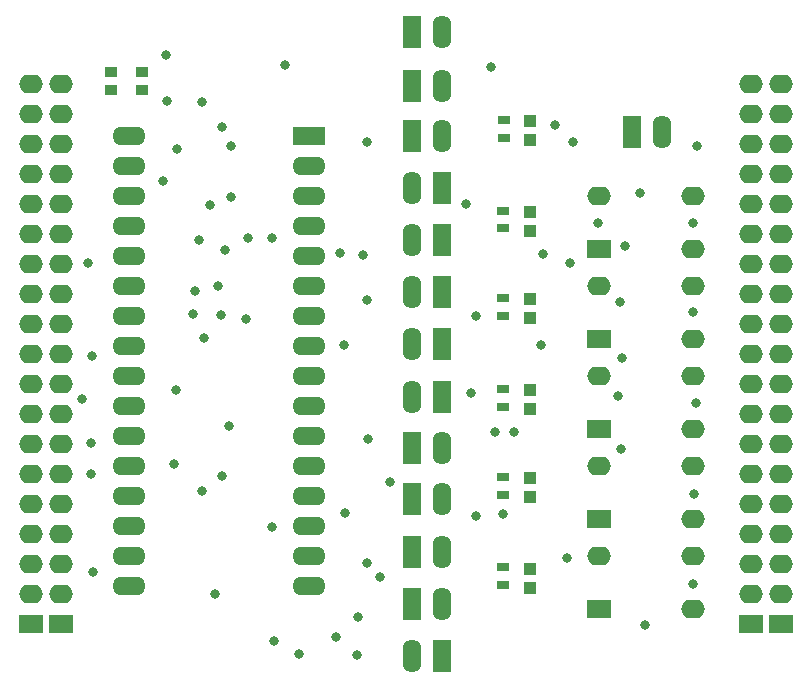
<source format=gbs>
G04*
G04 #@! TF.GenerationSoftware,Altium Limited,Altium Designer,19.0.15 (446)*
G04*
G04 Layer_Color=16711935*
%FSLAX25Y25*%
%MOIN*%
G70*
G01*
G75*
%ADD13O,0.11036X0.06312*%
%ADD14R,0.11036X0.06312*%
%ADD15O,0.06312X0.11036*%
%ADD16R,0.06312X0.11036*%
%ADD17R,0.07887X0.06312*%
%ADD18O,0.07887X0.06312*%
%ADD19C,0.03162*%
%ADD33R,0.03950X0.03950*%
%ADD34R,0.04343X0.03556*%
%ADD35R,0.04343X0.03162*%
D13*
X45512Y32362D02*
D03*
Y42362D02*
D03*
Y52362D02*
D03*
Y62362D02*
D03*
Y72362D02*
D03*
Y82362D02*
D03*
Y92362D02*
D03*
Y102362D02*
D03*
Y112362D02*
D03*
Y122362D02*
D03*
Y132362D02*
D03*
Y142362D02*
D03*
Y152362D02*
D03*
Y162362D02*
D03*
Y172362D02*
D03*
Y182362D02*
D03*
X105512Y32362D02*
D03*
Y42362D02*
D03*
Y52362D02*
D03*
Y62362D02*
D03*
Y72362D02*
D03*
Y82362D02*
D03*
Y92362D02*
D03*
Y102362D02*
D03*
Y112362D02*
D03*
Y122362D02*
D03*
Y132362D02*
D03*
Y142362D02*
D03*
Y152362D02*
D03*
Y162362D02*
D03*
Y172362D02*
D03*
D14*
Y182362D02*
D03*
D15*
X149606Y216929D02*
D03*
X223228Y183858D02*
D03*
X139606Y95276D02*
D03*
Y112992D02*
D03*
Y130315D02*
D03*
X139764Y9055D02*
D03*
X139606Y147638D02*
D03*
X149606Y26378D02*
D03*
X139606Y164961D02*
D03*
X149764Y43701D02*
D03*
Y182283D02*
D03*
Y61417D02*
D03*
X149606Y199213D02*
D03*
Y78347D02*
D03*
D16*
X139606Y216929D02*
D03*
X213228Y183858D02*
D03*
X149606Y95276D02*
D03*
Y112992D02*
D03*
Y130315D02*
D03*
X149764Y9055D02*
D03*
X149606Y147638D02*
D03*
X139606Y26378D02*
D03*
X149606Y164961D02*
D03*
X139764Y43701D02*
D03*
Y182283D02*
D03*
Y61417D02*
D03*
X139606Y199213D02*
D03*
Y78347D02*
D03*
D17*
X202067Y24764D02*
D03*
Y144764D02*
D03*
X202050Y114757D02*
D03*
X202067Y84764D02*
D03*
Y54764D02*
D03*
X252795Y19842D02*
D03*
X12795D02*
D03*
X22795D02*
D03*
X262795D02*
D03*
D18*
X202067Y42480D02*
D03*
X233366D02*
D03*
Y24764D02*
D03*
X202067Y162480D02*
D03*
X233366D02*
D03*
Y144764D02*
D03*
X233350Y114757D02*
D03*
Y132473D02*
D03*
X202050D02*
D03*
X202067Y102480D02*
D03*
X233366D02*
D03*
Y84764D02*
D03*
Y54764D02*
D03*
Y72480D02*
D03*
X202067D02*
D03*
X252795Y29842D02*
D03*
Y39843D02*
D03*
Y49843D02*
D03*
Y59842D02*
D03*
Y69842D02*
D03*
Y79843D02*
D03*
Y89842D02*
D03*
Y99843D02*
D03*
Y109843D02*
D03*
Y119843D02*
D03*
Y129842D02*
D03*
Y139842D02*
D03*
Y149843D02*
D03*
Y159843D02*
D03*
Y169843D02*
D03*
Y179842D02*
D03*
Y189842D02*
D03*
Y199843D02*
D03*
X12795Y29842D02*
D03*
Y39843D02*
D03*
Y49843D02*
D03*
Y59842D02*
D03*
Y69842D02*
D03*
Y79843D02*
D03*
Y89842D02*
D03*
Y99843D02*
D03*
Y109843D02*
D03*
Y119843D02*
D03*
Y129842D02*
D03*
Y139842D02*
D03*
Y149843D02*
D03*
Y159843D02*
D03*
Y169843D02*
D03*
Y179842D02*
D03*
Y189842D02*
D03*
Y199843D02*
D03*
X22795Y29842D02*
D03*
Y39843D02*
D03*
Y49843D02*
D03*
Y59842D02*
D03*
Y69842D02*
D03*
Y79843D02*
D03*
Y89842D02*
D03*
Y99843D02*
D03*
Y109843D02*
D03*
Y119843D02*
D03*
Y129842D02*
D03*
Y139842D02*
D03*
Y149843D02*
D03*
Y159843D02*
D03*
Y169843D02*
D03*
Y179842D02*
D03*
Y189842D02*
D03*
Y199843D02*
D03*
X262795Y29842D02*
D03*
Y39843D02*
D03*
Y49843D02*
D03*
Y59842D02*
D03*
Y69842D02*
D03*
Y79843D02*
D03*
Y89842D02*
D03*
Y99843D02*
D03*
Y109843D02*
D03*
Y119843D02*
D03*
Y129842D02*
D03*
Y139842D02*
D03*
Y149843D02*
D03*
Y159843D02*
D03*
Y169843D02*
D03*
Y179842D02*
D03*
Y189842D02*
D03*
Y199843D02*
D03*
D19*
X191339Y41732D02*
D03*
X132283Y66929D02*
D03*
X116929Y112598D02*
D03*
X124897Y180315D02*
D03*
X33465Y37091D02*
D03*
X234755Y179134D02*
D03*
X217323Y19291D02*
D03*
X166142Y205512D02*
D03*
X115748Y143416D02*
D03*
X123478Y142654D02*
D03*
X124803Y127665D02*
D03*
X102169Y9843D02*
D03*
X85039Y148425D02*
D03*
X93104Y148425D02*
D03*
X79528Y162205D02*
D03*
X69703Y64173D02*
D03*
X66896Y123123D02*
D03*
X56855Y167480D02*
D03*
X209449Y77953D02*
D03*
X209615Y108267D02*
D03*
X32866Y69788D02*
D03*
X60319Y72918D02*
D03*
X208268Y95669D02*
D03*
X209170Y127165D02*
D03*
X31796Y140157D02*
D03*
X32760Y79921D02*
D03*
X29697Y94724D02*
D03*
X187402Y186221D02*
D03*
X57874Y209449D02*
D03*
X58214Y194039D02*
D03*
X124600Y40000D02*
D03*
X93700Y14000D02*
D03*
X210800Y145800D02*
D03*
X183465Y142913D02*
D03*
X157700Y159600D02*
D03*
X74000Y29700D02*
D03*
X159400Y96700D02*
D03*
X161059Y122441D02*
D03*
X161000Y55800D02*
D03*
X125200Y81300D02*
D03*
X33000Y109200D02*
D03*
X61000Y97700D02*
D03*
X77559Y144488D02*
D03*
X78681Y85827D02*
D03*
X68898Y147638D02*
D03*
X97244Y205906D02*
D03*
X76378Y185433D02*
D03*
X72441Y159449D02*
D03*
X67323Y130709D02*
D03*
X70472Y114961D02*
D03*
X79528Y179134D02*
D03*
X75197Y132283D02*
D03*
X84248Y121256D02*
D03*
X182677Y112598D02*
D03*
X192520Y140157D02*
D03*
X61417Y177953D02*
D03*
X69685Y193701D02*
D03*
X193307Y180315D02*
D03*
X167323Y83858D02*
D03*
X233858Y62992D02*
D03*
X76378Y68898D02*
D03*
X114567Y15354D02*
D03*
X121704Y22047D02*
D03*
X129134Y35236D02*
D03*
X233366Y33071D02*
D03*
X173622Y83858D02*
D03*
X234252Y93307D02*
D03*
X233366Y153543D02*
D03*
X201575D02*
D03*
X121260Y9449D02*
D03*
X92913Y51968D02*
D03*
X117323Y56693D02*
D03*
X75984Y122835D02*
D03*
X170079Y56299D02*
D03*
X233350Y123615D02*
D03*
X215669Y163386D02*
D03*
D33*
X179134Y38189D02*
D03*
Y31890D02*
D03*
Y187402D02*
D03*
Y181102D02*
D03*
Y157087D02*
D03*
Y150787D02*
D03*
Y127953D02*
D03*
Y121653D02*
D03*
Y97638D02*
D03*
Y91339D02*
D03*
Y68307D02*
D03*
Y62008D02*
D03*
D34*
X49606Y203740D02*
D03*
Y197835D02*
D03*
X39370Y197835D02*
D03*
Y203740D02*
D03*
D35*
X170472Y187795D02*
D03*
Y181890D02*
D03*
X170079Y157480D02*
D03*
Y151575D02*
D03*
Y128347D02*
D03*
Y122441D02*
D03*
Y98032D02*
D03*
Y92126D02*
D03*
Y68701D02*
D03*
Y62795D02*
D03*
Y38681D02*
D03*
Y32776D02*
D03*
M02*

</source>
